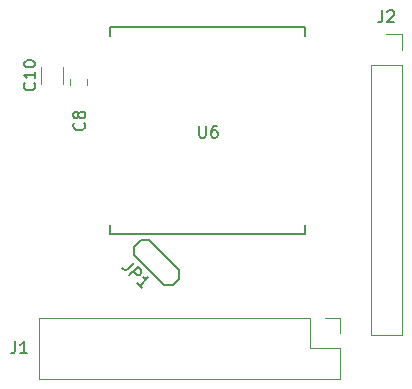
<source format=gbr>
%TF.GenerationSoftware,KiCad,Pcbnew,7.0.6*%
%TF.CreationDate,2023-09-04T00:35:45+02:00*%
%TF.ProjectId,pqunit,7071756e-6974-42e6-9b69-6361645f7063,rev?*%
%TF.SameCoordinates,Original*%
%TF.FileFunction,Legend,Top*%
%TF.FilePolarity,Positive*%
%FSLAX46Y46*%
G04 Gerber Fmt 4.6, Leading zero omitted, Abs format (unit mm)*
G04 Created by KiCad (PCBNEW 7.0.6) date 2023-09-04 00:35:45*
%MOMM*%
%LPD*%
G01*
G04 APERTURE LIST*
%ADD10C,0.150000*%
%ADD11C,0.120000*%
G04 APERTURE END LIST*
D10*
X138196745Y-118438243D02*
X137691669Y-118943319D01*
X137691669Y-118943319D02*
X137556982Y-119010662D01*
X137556982Y-119010662D02*
X137422295Y-119010662D01*
X137422295Y-119010662D02*
X137287608Y-118943319D01*
X137287608Y-118943319D02*
X137220264Y-118875975D01*
X137826356Y-119482067D02*
X138533463Y-118774960D01*
X138533463Y-118774960D02*
X138802837Y-119044334D01*
X138802837Y-119044334D02*
X138836508Y-119145350D01*
X138836508Y-119145350D02*
X138836508Y-119212693D01*
X138836508Y-119212693D02*
X138802837Y-119313708D01*
X138802837Y-119313708D02*
X138701821Y-119414724D01*
X138701821Y-119414724D02*
X138600806Y-119448395D01*
X138600806Y-119448395D02*
X138533463Y-119448395D01*
X138533463Y-119448395D02*
X138432447Y-119414724D01*
X138432447Y-119414724D02*
X138163073Y-119145350D01*
X138903852Y-120559563D02*
X138499791Y-120155502D01*
X138701821Y-120357533D02*
X139408928Y-119650426D01*
X139408928Y-119650426D02*
X139240569Y-119684098D01*
X139240569Y-119684098D02*
X139105882Y-119684098D01*
X139105882Y-119684098D02*
X139004867Y-119650426D01*
X129777294Y-103190257D02*
X129824914Y-103237876D01*
X129824914Y-103237876D02*
X129872533Y-103380733D01*
X129872533Y-103380733D02*
X129872533Y-103475971D01*
X129872533Y-103475971D02*
X129824914Y-103618828D01*
X129824914Y-103618828D02*
X129729675Y-103714066D01*
X129729675Y-103714066D02*
X129634437Y-103761685D01*
X129634437Y-103761685D02*
X129443961Y-103809304D01*
X129443961Y-103809304D02*
X129301104Y-103809304D01*
X129301104Y-103809304D02*
X129110628Y-103761685D01*
X129110628Y-103761685D02*
X129015390Y-103714066D01*
X129015390Y-103714066D02*
X128920152Y-103618828D01*
X128920152Y-103618828D02*
X128872533Y-103475971D01*
X128872533Y-103475971D02*
X128872533Y-103380733D01*
X128872533Y-103380733D02*
X128920152Y-103237876D01*
X128920152Y-103237876D02*
X128967771Y-103190257D01*
X129872533Y-102237876D02*
X129872533Y-102809304D01*
X129872533Y-102523590D02*
X128872533Y-102523590D01*
X128872533Y-102523590D02*
X129015390Y-102618828D01*
X129015390Y-102618828D02*
X129110628Y-102714066D01*
X129110628Y-102714066D02*
X129158247Y-102809304D01*
X128872533Y-101618828D02*
X128872533Y-101523590D01*
X128872533Y-101523590D02*
X128920152Y-101428352D01*
X128920152Y-101428352D02*
X128967771Y-101380733D01*
X128967771Y-101380733D02*
X129063009Y-101333114D01*
X129063009Y-101333114D02*
X129253485Y-101285495D01*
X129253485Y-101285495D02*
X129491580Y-101285495D01*
X129491580Y-101285495D02*
X129682056Y-101333114D01*
X129682056Y-101333114D02*
X129777294Y-101380733D01*
X129777294Y-101380733D02*
X129824914Y-101428352D01*
X129824914Y-101428352D02*
X129872533Y-101523590D01*
X129872533Y-101523590D02*
X129872533Y-101618828D01*
X129872533Y-101618828D02*
X129824914Y-101714066D01*
X129824914Y-101714066D02*
X129777294Y-101761685D01*
X129777294Y-101761685D02*
X129682056Y-101809304D01*
X129682056Y-101809304D02*
X129491580Y-101856923D01*
X129491580Y-101856923D02*
X129253485Y-101856923D01*
X129253485Y-101856923D02*
X129063009Y-101809304D01*
X129063009Y-101809304D02*
X128967771Y-101761685D01*
X128967771Y-101761685D02*
X128920152Y-101714066D01*
X128920152Y-101714066D02*
X128872533Y-101618828D01*
X143734595Y-106828219D02*
X143734595Y-107637742D01*
X143734595Y-107637742D02*
X143782214Y-107732980D01*
X143782214Y-107732980D02*
X143829833Y-107780600D01*
X143829833Y-107780600D02*
X143925071Y-107828219D01*
X143925071Y-107828219D02*
X144115547Y-107828219D01*
X144115547Y-107828219D02*
X144210785Y-107780600D01*
X144210785Y-107780600D02*
X144258404Y-107732980D01*
X144258404Y-107732980D02*
X144306023Y-107637742D01*
X144306023Y-107637742D02*
X144306023Y-106828219D01*
X145210785Y-106828219D02*
X145020309Y-106828219D01*
X145020309Y-106828219D02*
X144925071Y-106875838D01*
X144925071Y-106875838D02*
X144877452Y-106923457D01*
X144877452Y-106923457D02*
X144782214Y-107066314D01*
X144782214Y-107066314D02*
X144734595Y-107256790D01*
X144734595Y-107256790D02*
X144734595Y-107637742D01*
X144734595Y-107637742D02*
X144782214Y-107732980D01*
X144782214Y-107732980D02*
X144829833Y-107780600D01*
X144829833Y-107780600D02*
X144925071Y-107828219D01*
X144925071Y-107828219D02*
X145115547Y-107828219D01*
X145115547Y-107828219D02*
X145210785Y-107780600D01*
X145210785Y-107780600D02*
X145258404Y-107732980D01*
X145258404Y-107732980D02*
X145306023Y-107637742D01*
X145306023Y-107637742D02*
X145306023Y-107399647D01*
X145306023Y-107399647D02*
X145258404Y-107304409D01*
X145258404Y-107304409D02*
X145210785Y-107256790D01*
X145210785Y-107256790D02*
X145115547Y-107209171D01*
X145115547Y-107209171D02*
X144925071Y-107209171D01*
X144925071Y-107209171D02*
X144829833Y-107256790D01*
X144829833Y-107256790D02*
X144782214Y-107304409D01*
X144782214Y-107304409D02*
X144734595Y-107399647D01*
X128161166Y-125065419D02*
X128161166Y-125779704D01*
X128161166Y-125779704D02*
X128113547Y-125922561D01*
X128113547Y-125922561D02*
X128018309Y-126017800D01*
X128018309Y-126017800D02*
X127875452Y-126065419D01*
X127875452Y-126065419D02*
X127780214Y-126065419D01*
X129161166Y-126065419D02*
X128589738Y-126065419D01*
X128875452Y-126065419D02*
X128875452Y-125065419D01*
X128875452Y-125065419D02*
X128780214Y-125208276D01*
X128780214Y-125208276D02*
X128684976Y-125303514D01*
X128684976Y-125303514D02*
X128589738Y-125351133D01*
X133984880Y-106574866D02*
X134032500Y-106622485D01*
X134032500Y-106622485D02*
X134080119Y-106765342D01*
X134080119Y-106765342D02*
X134080119Y-106860580D01*
X134080119Y-106860580D02*
X134032500Y-107003437D01*
X134032500Y-107003437D02*
X133937261Y-107098675D01*
X133937261Y-107098675D02*
X133842023Y-107146294D01*
X133842023Y-107146294D02*
X133651547Y-107193913D01*
X133651547Y-107193913D02*
X133508690Y-107193913D01*
X133508690Y-107193913D02*
X133318214Y-107146294D01*
X133318214Y-107146294D02*
X133222976Y-107098675D01*
X133222976Y-107098675D02*
X133127738Y-107003437D01*
X133127738Y-107003437D02*
X133080119Y-106860580D01*
X133080119Y-106860580D02*
X133080119Y-106765342D01*
X133080119Y-106765342D02*
X133127738Y-106622485D01*
X133127738Y-106622485D02*
X133175357Y-106574866D01*
X133508690Y-106003437D02*
X133461071Y-106098675D01*
X133461071Y-106098675D02*
X133413452Y-106146294D01*
X133413452Y-106146294D02*
X133318214Y-106193913D01*
X133318214Y-106193913D02*
X133270595Y-106193913D01*
X133270595Y-106193913D02*
X133175357Y-106146294D01*
X133175357Y-106146294D02*
X133127738Y-106098675D01*
X133127738Y-106098675D02*
X133080119Y-106003437D01*
X133080119Y-106003437D02*
X133080119Y-105812961D01*
X133080119Y-105812961D02*
X133127738Y-105717723D01*
X133127738Y-105717723D02*
X133175357Y-105670104D01*
X133175357Y-105670104D02*
X133270595Y-105622485D01*
X133270595Y-105622485D02*
X133318214Y-105622485D01*
X133318214Y-105622485D02*
X133413452Y-105670104D01*
X133413452Y-105670104D02*
X133461071Y-105717723D01*
X133461071Y-105717723D02*
X133508690Y-105812961D01*
X133508690Y-105812961D02*
X133508690Y-106003437D01*
X133508690Y-106003437D02*
X133556309Y-106098675D01*
X133556309Y-106098675D02*
X133603928Y-106146294D01*
X133603928Y-106146294D02*
X133699166Y-106193913D01*
X133699166Y-106193913D02*
X133889642Y-106193913D01*
X133889642Y-106193913D02*
X133984880Y-106146294D01*
X133984880Y-106146294D02*
X134032500Y-106098675D01*
X134032500Y-106098675D02*
X134080119Y-106003437D01*
X134080119Y-106003437D02*
X134080119Y-105812961D01*
X134080119Y-105812961D02*
X134032500Y-105717723D01*
X134032500Y-105717723D02*
X133984880Y-105670104D01*
X133984880Y-105670104D02*
X133889642Y-105622485D01*
X133889642Y-105622485D02*
X133699166Y-105622485D01*
X133699166Y-105622485D02*
X133603928Y-105670104D01*
X133603928Y-105670104D02*
X133556309Y-105717723D01*
X133556309Y-105717723D02*
X133508690Y-105812961D01*
X159250766Y-97047819D02*
X159250766Y-97762104D01*
X159250766Y-97762104D02*
X159203147Y-97904961D01*
X159203147Y-97904961D02*
X159107909Y-98000200D01*
X159107909Y-98000200D02*
X158965052Y-98047819D01*
X158965052Y-98047819D02*
X158869814Y-98047819D01*
X159679338Y-97143057D02*
X159726957Y-97095438D01*
X159726957Y-97095438D02*
X159822195Y-97047819D01*
X159822195Y-97047819D02*
X160060290Y-97047819D01*
X160060290Y-97047819D02*
X160155528Y-97095438D01*
X160155528Y-97095438D02*
X160203147Y-97143057D01*
X160203147Y-97143057D02*
X160250766Y-97238295D01*
X160250766Y-97238295D02*
X160250766Y-97333533D01*
X160250766Y-97333533D02*
X160203147Y-97476390D01*
X160203147Y-97476390D02*
X159631719Y-98047819D01*
X159631719Y-98047819D02*
X160250766Y-98047819D01*
%TO.C,JP1*%
X138798340Y-116501954D02*
X139505447Y-116501954D01*
X138232654Y-117067640D02*
X138798340Y-116501954D01*
X139505447Y-116501954D02*
X142051031Y-119047539D01*
X138232654Y-117774747D02*
X138232654Y-117067640D01*
X142051031Y-119047539D02*
X142051031Y-119754645D01*
X140778239Y-120320331D02*
X138232654Y-117774747D01*
X142051031Y-119754645D02*
X141485345Y-120320331D01*
X141485345Y-120320331D02*
X140778239Y-120320331D01*
D11*
%TO.C,C10*%
X130357714Y-103258652D02*
X130357714Y-101836148D01*
X132177714Y-103258652D02*
X132177714Y-101836148D01*
D10*
%TO.C,U6*%
X136195700Y-98471000D02*
X152695700Y-98471000D01*
X136195700Y-99221000D02*
X136195700Y-98471000D01*
X136195700Y-115221000D02*
X136195700Y-115971000D01*
X136195700Y-115971000D02*
X152695700Y-115971000D01*
X152695700Y-98471000D02*
X152695700Y-99221000D01*
X152695700Y-115971000D02*
X152695700Y-115221000D01*
D11*
%TO.C,J1*%
X155680000Y-123060000D02*
X154350000Y-123060000D01*
X153080000Y-123060000D02*
X130160000Y-123060000D01*
X155680000Y-124390000D02*
X155680000Y-123060000D01*
X155680000Y-125660000D02*
X153080000Y-125660000D01*
X153080000Y-125660000D02*
X153080000Y-123060000D01*
X155680000Y-128260000D02*
X155680000Y-125660000D01*
X155680000Y-128260000D02*
X130160000Y-128260000D01*
X130160000Y-128260000D02*
X130160000Y-123060000D01*
%TO.C,C8*%
X132788700Y-103388952D02*
X132788700Y-102866448D01*
X134258700Y-103388952D02*
X134258700Y-102866448D01*
%TO.C,J2*%
X158254100Y-101633000D02*
X158254100Y-124553000D01*
X158254100Y-101633000D02*
X160914100Y-101633000D01*
X158254100Y-124553000D02*
X160914100Y-124553000D01*
X159584100Y-99033000D02*
X160914100Y-99033000D01*
X160914100Y-99033000D02*
X160914100Y-100363000D01*
X160914100Y-101633000D02*
X160914100Y-124553000D01*
%TD*%
M02*

</source>
